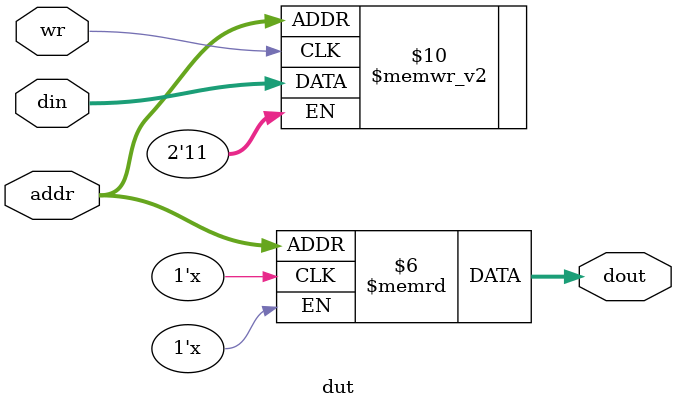
<source format=sv>
`timescale 1ns / 1ps


module dut #(
    parameter DEPTH = 4,
    parameter WIDTH = 2,
    parameter AWIDTH = $clog2(DEPTH)
)(  
    input logic                wr,
    input logic [WIDTH   -1:0] din,
    output logic [WIDTH   -1:0] dout,
    input logic [AWIDTH -1: 0] addr
    );
    
    logic [WIDTH -1:0] ram_cell_ff [DEPTH -1:0];
    
    always_ff @(posedge wr)
        ram_cell_ff[addr] <= din;
        
    assign dout = ram_cell_ff[addr];
    
endmodule

</source>
